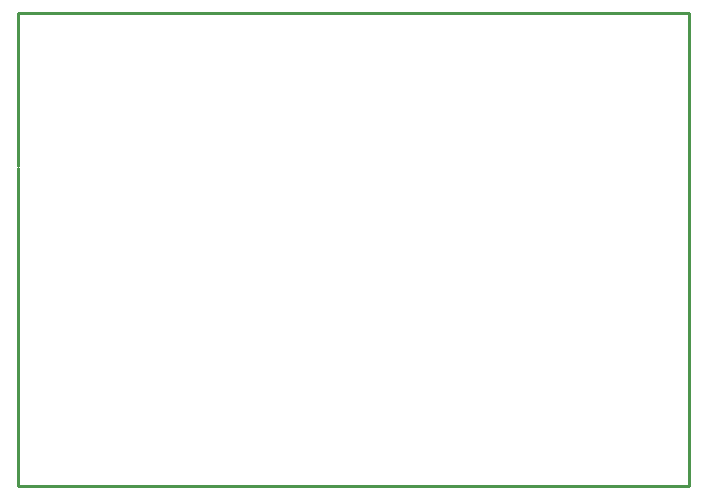
<source format=gko>
G04 Layer: BoardOutline*
G04 EasyEDA v6.4.17, 2021-03-05T15:54:57+08:00*
G04 7810626ff2e9405a9b1361f117870e28,a0ab3b0d74464cd6b67425ecbf828b8b,10*
G04 Gerber Generator version 0.2*
G04 Scale: 100 percent, Rotated: No, Reflected: No *
G04 Dimensions in millimeters *
G04 leading zeros omitted , absolute positions ,4 integer and 5 decimal *
%FSLAX45Y45*%
%MOMM*%

%ADD10C,0.2540*%
D10*
X2032000Y6896100D02*
G01*
X2032000Y8191500D01*
X7708900Y8191500D01*
X7708900Y4191000D01*
X2032000Y4191000D01*
X2032000Y6883400D01*

%LPD*%
M02*

</source>
